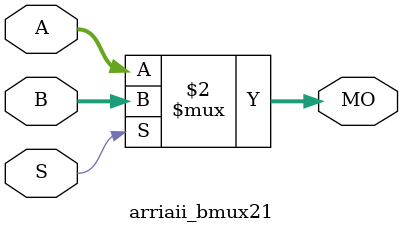
<source format=v>
module arriaii_bmux21 (MO, A, B, S);
   input [15:0] A, B;
   input 	S;
   output [15:0] MO; 
   assign MO = (S == 1) ? B : A; 
endmodule
</source>
